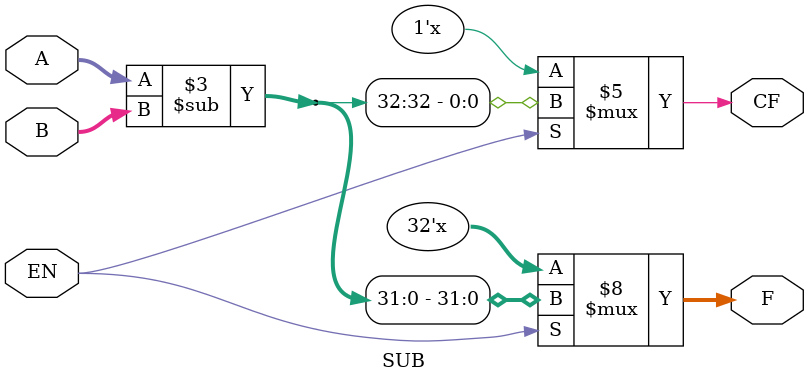
<source format=v>
`timescale 1ns/1ps

module ALU (OP,A,B,F,ZF,CF,OF,SF,PF);
    output reg ZF,OF,SF,PF;
    parameter SIZE = 32;
    input [ 3:0] OP;
    input [SIZE-1:0] A;
    input [SIZE-1:0] B;
    output reg [SIZE-1:0] F;
    output reg CF;
    

    parameter ALU_AND = 4'b0000;
    parameter ALU_OR  = 4'b0001;
    parameter ALU_XOR = 4'b0010;
    parameter ALU_NOR = 4'b0011;
    parameter ALU_ADD = 4'b0100; //4
    parameter ALU_SUB = 4'b0101; //5
    parameter ALU_SLT = 4'b0110;
    parameter ALU_SLL = 4'b0111;

    wire [7:0] EN;
    wire [SIZE-1:0] Fw,Fa;
    wire C;
    assign Fa = A&B;
    always @(*) begin
        case(OP)
            ALU_AND : begin F<=Fa; CF=0; OF=0; end
            ALU_OR  : begin F<=A|B; CF=0; OF=0; end
            ALU_XOR : begin F<=A^B; CF=0; OF=0; end
            ALU_NOR : begin F<=~(A|B); CF=0; OF=0; end
            ALU_SLT : begin F=Fw; CF=0; OF=0; end
            ALU_SLL : begin F=Fw; CF=0+C; OF=0; end
            default : begin F=Fw; CF=0+C; OF = A[SIZE-1]^B[SIZE-1]^F[SIZE-1]^CF; end
        endcase
        ZF = (F==0);
        SF = F[SIZE-1];
        PF = (^F);
    end

    Decoder38 decoder38_1(OP[2:0],EN);

    ADD add_1(Fw,C,A,B,EN[4]);

    SUB sub_1(Fw,C,A,B,EN[5]);
    
    SLT slt_1(Fw,A,B,EN[6]); 

    SLL sll_1(Fw,A,B,EN[7],C);
    
    
endmodule


module Decoder38(
    input [2:0] A,
    output [7:0] Y
    );
    assign Y[7]= ~(~A[2] | ~ A[1] | ~A[0]);
    assign Y[6]= ~(~A[2] | ~ A[1] |  A[0]);
    assign Y[5]= ~(~A[2] |  A[1]  | ~A[0]);
    assign Y[4]= ~(~A[2] |  A[1]  |  A[0]);
    assign Y[3]= ~(A[2] | ~ A[1] | ~A[0]);
    assign Y[2]= ~(A[2] | ~ A[1] |  A[0]);
    assign Y[1]= ~(A[2] |   A[1] | ~A[0]);
    assign Y[0]= ~(A[2] |   A[1] |  A[0]);
    
endmodule


module SLL (F,A,B,EN,CF);
    output reg CF;
    parameter SIZE=32;
    output reg [SIZE-1:0] F;
    input [SIZE-1:0] A,B;
    input EN;

    always @(A,B,EN) begin
        if(EN==1) {CF,F}<= (B<<A);
        else begin
            F<=32'bz;
            CF<=1'bz;
        end
    end
endmodule

module SLT (F,A,B,EN);
    output reg [31:0] F;
    input [31:0] A,B;
    input EN; 
    always @(A,B,EN) begin
        if(EN==1)
        begin
            F<= (A<B);
        end
        else begin
            F<=32'bz;
        end
    end
endmodule

module SUB (F,CF,A,B,EN);
parameter SIZE = 32;
    output reg [SIZE-1:0] F;
    input wire [SIZE-1:0] A,B;
    output reg CF;
    input EN;


    always @(A,B,EN) begin
        if(EN==1) {CF,F}=A[SIZE-1:0]-B[SIZE-1:0];
        else begin F<=32'bz;
            CF <= 1'bz;
        end
    end

endmodule


</source>
